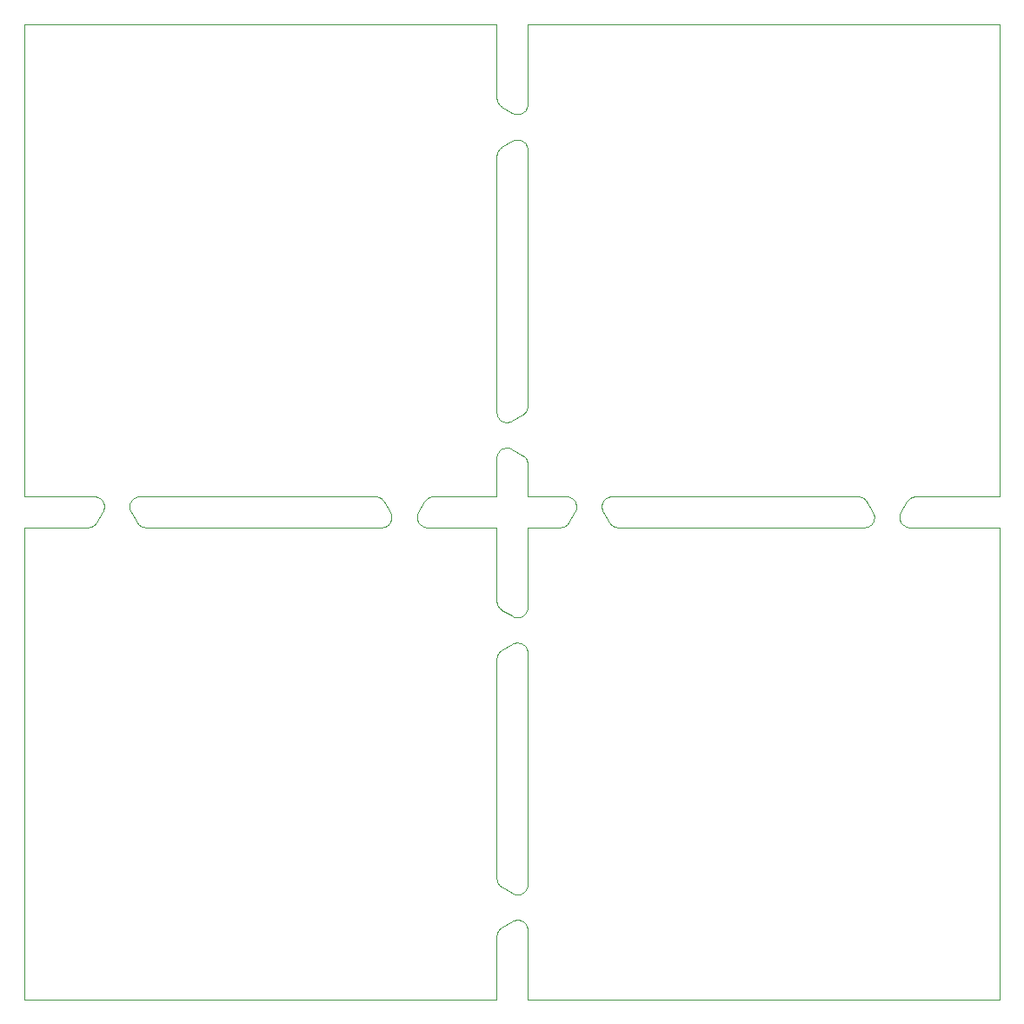
<source format=gko>
%MOIN*%
%OFA0B0*%
%FSLAX44Y44*%
%IPPOS*%
%LPD*%
%ADD10C,0*%
D10*
X00014474Y00018897D02*
X00014474Y00018897D01*
X00005444Y00018897D01*
X00005423Y00018898D01*
X00005403Y00018899D01*
X00005383Y00018902D01*
X00005363Y00018906D01*
X00005343Y00018910D01*
X00005323Y00018916D01*
X00005304Y00018923D01*
X00005285Y00018930D01*
X00005267Y00018939D01*
X00005249Y00018949D01*
X00005231Y00018959D01*
X00005214Y00018971D01*
X00005198Y00018983D01*
X00005183Y00018996D01*
X00005168Y00019010D01*
X00005154Y00019025D01*
X00005140Y00019040D01*
X00005128Y00019056D01*
X00005116Y00019073D01*
X00005105Y00019090D01*
X00004872Y00019484D01*
X00004853Y00019521D01*
X00004837Y00019559D01*
X00004826Y00019599D01*
X00004819Y00019640D01*
X00004817Y00019681D01*
X00004819Y00019723D01*
X00004825Y00019764D01*
X00004835Y00019804D01*
X00004850Y00019842D01*
X00004869Y00019879D01*
X00004891Y00019914D01*
X00004917Y00019947D01*
X00004946Y00019976D01*
X00004978Y00020002D01*
X00005013Y00020025D01*
X00005050Y00020044D01*
X00005088Y00020059D01*
X00005128Y00020070D01*
X00005169Y00020076D01*
X00005211Y00020078D01*
X00014240Y00020078D01*
X00014261Y00020078D01*
X00014281Y00020076D01*
X00014301Y00020073D01*
X00014321Y00020070D01*
X00014341Y00020065D01*
X00014361Y00020059D01*
X00014380Y00020053D01*
X00014399Y00020045D01*
X00014417Y00020036D01*
X00014435Y00020027D01*
X00014453Y00020016D01*
X00014470Y00020005D01*
X00014486Y00019992D01*
X00014501Y00019979D01*
X00014516Y00019965D01*
X00014530Y00019951D01*
X00014544Y00019935D01*
X00014556Y00019919D01*
X00014568Y00019902D01*
X00014579Y00019885D01*
X00014812Y00019491D01*
X00014831Y00019455D01*
X00014847Y00019416D01*
X00014858Y00019376D01*
X00014865Y00019335D01*
X00014867Y00019294D01*
X00014865Y00019253D01*
X00014859Y00019212D01*
X00014849Y00019172D01*
X00014834Y00019133D01*
X00014816Y00019096D01*
X00014793Y00019061D01*
X00014767Y00019029D01*
X00014738Y00018999D01*
X00014706Y00018973D01*
X00014671Y00018950D01*
X00014634Y00018931D01*
X00014596Y00018917D01*
X00014556Y00018906D01*
X00014515Y00018899D01*
X00014474Y00018897D01*
X00018897Y00016074D02*
X00018897Y00016074D01*
X00018897Y00018897D01*
X00016234Y00018897D01*
X00016193Y00018899D01*
X00016152Y00018906D01*
X00016112Y00018917D01*
X00016073Y00018931D01*
X00016036Y00018950D01*
X00016002Y00018973D01*
X00015970Y00018999D01*
X00015940Y00019029D01*
X00015914Y00019061D01*
X00015892Y00019096D01*
X00015873Y00019133D01*
X00015859Y00019172D01*
X00015848Y00019212D01*
X00015842Y00019253D01*
X00015840Y00019294D01*
X00015843Y00019335D01*
X00015850Y00019376D01*
X00015861Y00019416D01*
X00015876Y00019455D01*
X00015895Y00019491D01*
X00016129Y00019885D01*
X00016140Y00019902D01*
X00016151Y00019919D01*
X00016164Y00019935D01*
X00016177Y00019951D01*
X00016191Y00019965D01*
X00016206Y00019979D01*
X00016222Y00019992D01*
X00016238Y00020005D01*
X00016255Y00020016D01*
X00016272Y00020027D01*
X00016290Y00020036D01*
X00016309Y00020045D01*
X00016328Y00020053D01*
X00016347Y00020059D01*
X00016367Y00020065D01*
X00016386Y00020070D01*
X00016406Y00020073D01*
X00016427Y00020076D01*
X00016447Y00020078D01*
X00016467Y00020078D01*
X00018897Y00020078D01*
X00018897Y00021560D01*
X00018899Y00021602D01*
X00018906Y00021642D01*
X00018917Y00021682D01*
X00018931Y00021721D01*
X00018950Y00021758D01*
X00018973Y00021793D01*
X00018999Y00021825D01*
X00019029Y00021854D01*
X00019061Y00021880D01*
X00019096Y00021902D01*
X00019133Y00021921D01*
X00019172Y00021935D01*
X00019212Y00021946D01*
X00019253Y00021952D01*
X00019294Y00021954D01*
X00019335Y00021951D01*
X00019376Y00021944D01*
X00019416Y00021933D01*
X00019455Y00021918D01*
X00019491Y00021899D01*
X00019885Y00021666D01*
X00019902Y00021655D01*
X00019919Y00021643D01*
X00019935Y00021630D01*
X00019951Y00021617D01*
X00019965Y00021603D01*
X00019979Y00021588D01*
X00019992Y00021572D01*
X00020005Y00021556D01*
X00020016Y00021539D01*
X00020027Y00021522D01*
X00020036Y00021504D01*
X00020045Y00021485D01*
X00020053Y00021467D01*
X00020059Y00021447D01*
X00020065Y00021428D01*
X00020070Y00021408D01*
X00020073Y00021388D01*
X00020076Y00021368D01*
X00020078Y00021347D01*
X00020078Y00021327D01*
X00020078Y00020078D01*
X00021560Y00020078D01*
X00021601Y00020076D01*
X00021642Y00020070D01*
X00021682Y00020059D01*
X00021721Y00020044D01*
X00021758Y00020025D01*
X00021793Y00020002D01*
X00021825Y00019976D01*
X00021854Y00019947D01*
X00021880Y00019914D01*
X00021902Y00019879D01*
X00021921Y00019842D01*
X00021935Y00019804D01*
X00021946Y00019764D01*
X00021952Y00019723D01*
X00021954Y00019681D01*
X00021951Y00019640D01*
X00021944Y00019599D01*
X00021933Y00019559D01*
X00021918Y00019521D01*
X00021899Y00019484D01*
X00021666Y00019090D01*
X00021655Y00019073D01*
X00021643Y00019056D01*
X00021631Y00019040D01*
X00021617Y00019025D01*
X00021603Y00019010D01*
X00021588Y00018996D01*
X00021572Y00018983D01*
X00021556Y00018971D01*
X00021539Y00018959D01*
X00021522Y00018949D01*
X00021504Y00018939D01*
X00021485Y00018930D01*
X00021467Y00018923D01*
X00021447Y00018916D01*
X00021428Y00018910D01*
X00021408Y00018906D01*
X00021388Y00018902D01*
X00021368Y00018899D01*
X00021347Y00018898D01*
X00021327Y00018897D01*
X00020078Y00018897D01*
X00020078Y00015840D01*
X00020076Y00015799D01*
X00020070Y00015758D01*
X00020059Y00015718D01*
X00020044Y00015680D01*
X00020025Y00015643D01*
X00020002Y00015608D01*
X00019976Y00015576D01*
X00019947Y00015547D01*
X00019914Y00015521D01*
X00019879Y00015498D01*
X00019842Y00015480D01*
X00019804Y00015465D01*
X00019764Y00015455D01*
X00019723Y00015449D01*
X00019681Y00015447D01*
X00019640Y00015449D01*
X00019599Y00015456D01*
X00019559Y00015467D01*
X00019521Y00015483D01*
X00019484Y00015502D01*
X00019090Y00015735D01*
X00019073Y00015746D01*
X00019056Y00015757D01*
X00019040Y00015770D01*
X00019025Y00015783D01*
X00019010Y00015798D01*
X00018996Y00015813D01*
X00018983Y00015828D01*
X00018971Y00015844D01*
X00018959Y00015861D01*
X00018949Y00015879D01*
X00018939Y00015897D01*
X00018930Y00015915D01*
X00018923Y00015934D01*
X00018916Y00015953D01*
X00018910Y00015973D01*
X00018906Y00015993D01*
X00018902Y00016013D01*
X00018899Y00016033D01*
X00018898Y00016053D01*
X00018897Y00016074D01*
X00000787Y00000787D02*
X00000787Y00000787D01*
X00018897Y00000787D01*
X00018897Y00003217D01*
X00018898Y00003237D01*
X00018899Y00003257D01*
X00018902Y00003278D01*
X00018906Y00003298D01*
X00018910Y00003318D01*
X00018916Y00003337D01*
X00018923Y00003356D01*
X00018930Y00003375D01*
X00018939Y00003394D01*
X00018949Y00003412D01*
X00018959Y00003429D01*
X00018971Y00003446D01*
X00018983Y00003462D01*
X00018996Y00003478D01*
X00019010Y00003493D01*
X00019025Y00003507D01*
X00019040Y00003520D01*
X00019056Y00003533D01*
X00019073Y00003545D01*
X00019090Y00003555D01*
X00019484Y00003789D01*
X00019521Y00003808D01*
X00019559Y00003823D01*
X00019599Y00003834D01*
X00019640Y00003841D01*
X00019681Y00003844D01*
X00019723Y00003842D01*
X00019764Y00003836D01*
X00019804Y00003825D01*
X00019842Y00003811D01*
X00019879Y00003792D01*
X00019914Y00003770D01*
X00019947Y00003744D01*
X00019976Y00003714D01*
X00020002Y00003682D01*
X00020025Y00003648D01*
X00020044Y00003611D01*
X00020059Y00003572D01*
X00020070Y00003532D01*
X00020076Y00003491D01*
X00020078Y00003450D01*
X00020078Y00000787D01*
X00038188Y00000787D01*
X00038188Y00018897D01*
X00034738Y00018897D01*
X00034697Y00018899D01*
X00034656Y00018906D01*
X00034616Y00018917D01*
X00034577Y00018931D01*
X00034540Y00018950D01*
X00034506Y00018973D01*
X00034473Y00018999D01*
X00034444Y00019029D01*
X00034418Y00019061D01*
X00034396Y00019096D01*
X00034377Y00019133D01*
X00034363Y00019172D01*
X00034352Y00019212D01*
X00034346Y00019253D01*
X00034344Y00019294D01*
X00034347Y00019335D01*
X00034354Y00019376D01*
X00034365Y00019416D01*
X00034380Y00019455D01*
X00034399Y00019491D01*
X00034633Y00019885D01*
X00034643Y00019902D01*
X00034655Y00019919D01*
X00034668Y00019935D01*
X00034681Y00019951D01*
X00034695Y00019965D01*
X00034710Y00019979D01*
X00034726Y00019992D01*
X00034742Y00020005D01*
X00034759Y00020016D01*
X00034776Y00020027D01*
X00034794Y00020036D01*
X00034813Y00020045D01*
X00034832Y00020053D01*
X00034851Y00020059D01*
X00034870Y00020065D01*
X00034890Y00020070D01*
X00034910Y00020073D01*
X00034931Y00020076D01*
X00034951Y00020078D01*
X00034971Y00020078D01*
X00038188Y00020078D01*
X00038188Y00038188D01*
X00020078Y00038188D01*
X00020078Y00035132D01*
X00020076Y00035090D01*
X00020070Y00035050D01*
X00020059Y00035010D01*
X00020044Y00034971D01*
X00020025Y00034934D01*
X00020002Y00034899D01*
X00019976Y00034867D01*
X00019947Y00034838D01*
X00019914Y00034812D01*
X00019879Y00034790D01*
X00019842Y00034771D01*
X00019804Y00034757D01*
X00019764Y00034746D01*
X00019723Y00034740D01*
X00019681Y00034738D01*
X00019640Y00034741D01*
X00019599Y00034748D01*
X00019559Y00034759D01*
X00019521Y00034774D01*
X00019484Y00034793D01*
X00019090Y00035026D01*
X00019073Y00035037D01*
X00019056Y00035049D01*
X00019040Y00035061D01*
X00019025Y00035075D01*
X00019010Y00035089D01*
X00018996Y00035104D01*
X00018983Y00035119D01*
X00018971Y00035136D01*
X00018959Y00035153D01*
X00018949Y00035170D01*
X00018939Y00035188D01*
X00018930Y00035206D01*
X00018923Y00035225D01*
X00018916Y00035245D01*
X00018910Y00035264D01*
X00018906Y00035284D01*
X00018902Y00035304D01*
X00018899Y00035324D01*
X00018898Y00035345D01*
X00018897Y00035365D01*
X00018897Y00038188D01*
X00000787Y00038188D01*
X00000787Y00020078D01*
X00003450Y00020078D01*
X00003491Y00020076D01*
X00003532Y00020070D01*
X00003572Y00020059D01*
X00003611Y00020044D01*
X00003648Y00020025D01*
X00003682Y00020002D01*
X00003714Y00019976D01*
X00003744Y00019947D01*
X00003770Y00019914D01*
X00003792Y00019879D01*
X00003811Y00019842D01*
X00003825Y00019804D01*
X00003836Y00019764D01*
X00003842Y00019723D01*
X00003844Y00019681D01*
X00003841Y00019640D01*
X00003834Y00019599D01*
X00003823Y00019559D01*
X00003808Y00019521D01*
X00003789Y00019484D01*
X00003555Y00019090D01*
X00003545Y00019073D01*
X00003533Y00019056D01*
X00003520Y00019040D01*
X00003507Y00019025D01*
X00003493Y00019010D01*
X00003478Y00018996D01*
X00003462Y00018983D01*
X00003446Y00018971D01*
X00003429Y00018959D01*
X00003412Y00018949D01*
X00003394Y00018939D01*
X00003375Y00018930D01*
X00003356Y00018923D01*
X00003337Y00018916D01*
X00003318Y00018910D01*
X00003298Y00018906D01*
X00003278Y00018902D01*
X00003257Y00018899D01*
X00003237Y00018898D01*
X00003217Y00018897D01*
X00000787Y00018897D01*
X00000787Y00000787D01*
X00018897Y00013847D02*
X00018897Y00013847D01*
X00018898Y00013867D01*
X00018899Y00013887D01*
X00018902Y00013908D01*
X00018906Y00013928D01*
X00018910Y00013947D01*
X00018916Y00013967D01*
X00018923Y00013986D01*
X00018930Y00014005D01*
X00018939Y00014024D01*
X00018949Y00014042D01*
X00018959Y00014059D01*
X00018971Y00014076D01*
X00018983Y00014092D01*
X00018996Y00014108D01*
X00019010Y00014123D01*
X00019025Y00014137D01*
X00019040Y00014150D01*
X00019056Y00014163D01*
X00019073Y00014174D01*
X00019090Y00014185D01*
X00019484Y00014419D01*
X00019521Y00014438D01*
X00019559Y00014453D01*
X00019599Y00014464D01*
X00019640Y00014471D01*
X00019681Y00014473D01*
X00019723Y00014472D01*
X00019764Y00014465D01*
X00019804Y00014455D01*
X00019842Y00014440D01*
X00019879Y00014422D01*
X00019914Y00014399D01*
X00019947Y00014374D01*
X00019976Y00014344D01*
X00020002Y00014312D01*
X00020025Y00014278D01*
X00020044Y00014241D01*
X00020059Y00014202D01*
X00020070Y00014162D01*
X00020076Y00014121D01*
X00020078Y00014080D01*
X00020078Y00005211D01*
X00020076Y00005169D01*
X00020070Y00005128D01*
X00020059Y00005088D01*
X00020044Y00005050D01*
X00020025Y00005013D01*
X00020002Y00004978D01*
X00019976Y00004946D01*
X00019947Y00004917D01*
X00019914Y00004891D01*
X00019879Y00004869D01*
X00019842Y00004850D01*
X00019804Y00004835D01*
X00019764Y00004825D01*
X00019723Y00004819D01*
X00019681Y00004817D01*
X00019640Y00004819D01*
X00019599Y00004826D01*
X00019559Y00004837D01*
X00019521Y00004853D01*
X00019484Y00004872D01*
X00019090Y00005105D01*
X00019073Y00005116D01*
X00019056Y00005128D01*
X00019040Y00005140D01*
X00019025Y00005154D01*
X00019010Y00005168D01*
X00018996Y00005183D01*
X00018983Y00005198D01*
X00018971Y00005214D01*
X00018959Y00005231D01*
X00018949Y00005249D01*
X00018939Y00005267D01*
X00018930Y00005285D01*
X00018923Y00005304D01*
X00018916Y00005323D01*
X00018910Y00005343D01*
X00018906Y00005363D01*
X00018902Y00005383D01*
X00018899Y00005403D01*
X00018898Y00005423D01*
X00018897Y00005444D01*
X00018897Y00013847D01*
X00023554Y00018897D02*
X00023554Y00018897D01*
X00023534Y00018898D01*
X00023513Y00018899D01*
X00023493Y00018902D01*
X00023473Y00018906D01*
X00023453Y00018910D01*
X00023434Y00018916D01*
X00023414Y00018923D01*
X00023395Y00018930D01*
X00023377Y00018939D01*
X00023359Y00018949D01*
X00023342Y00018959D01*
X00023325Y00018971D01*
X00023308Y00018983D01*
X00023293Y00018996D01*
X00023278Y00019010D01*
X00023264Y00019025D01*
X00023250Y00019040D01*
X00023238Y00019056D01*
X00023226Y00019073D01*
X00023215Y00019090D01*
X00022982Y00019484D01*
X00022963Y00019521D01*
X00022948Y00019559D01*
X00022936Y00019599D01*
X00022930Y00019640D01*
X00022927Y00019681D01*
X00022929Y00019723D01*
X00022935Y00019764D01*
X00022946Y00019804D01*
X00022960Y00019842D01*
X00022979Y00019879D01*
X00023001Y00019914D01*
X00023027Y00019947D01*
X00023056Y00019976D01*
X00023088Y00020002D01*
X00023123Y00020025D01*
X00023160Y00020044D01*
X00023199Y00020059D01*
X00023239Y00020070D01*
X00023279Y00020076D01*
X00023321Y00020078D01*
X00032744Y00020078D01*
X00032765Y00020078D01*
X00032785Y00020076D01*
X00032805Y00020073D01*
X00032825Y00020070D01*
X00032845Y00020065D01*
X00032865Y00020059D01*
X00032884Y00020053D01*
X00032903Y00020045D01*
X00032921Y00020036D01*
X00032939Y00020027D01*
X00032957Y00020016D01*
X00032973Y00020005D01*
X00032990Y00019992D01*
X00033005Y00019979D01*
X00033020Y00019965D01*
X00033034Y00019951D01*
X00033048Y00019935D01*
X00033060Y00019919D01*
X00033072Y00019902D01*
X00033083Y00019885D01*
X00033316Y00019491D01*
X00033335Y00019455D01*
X00033351Y00019416D01*
X00033362Y00019376D01*
X00033369Y00019335D01*
X00033371Y00019294D01*
X00033369Y00019253D01*
X00033363Y00019212D01*
X00033353Y00019172D01*
X00033338Y00019133D01*
X00033320Y00019096D01*
X00033297Y00019061D01*
X00033271Y00019029D01*
X00033242Y00018999D01*
X00033210Y00018973D01*
X00033175Y00018950D01*
X00033138Y00018931D01*
X00033100Y00018917D01*
X00033060Y00018906D01*
X00033019Y00018899D01*
X00032977Y00018897D01*
X00023554Y00018897D01*
X00020078Y00023554D02*
X00020078Y00023554D01*
X00020078Y00023534D01*
X00020076Y00023513D01*
X00020073Y00023493D01*
X00020070Y00023473D01*
X00020065Y00023453D01*
X00020059Y00023434D01*
X00020053Y00023414D01*
X00020045Y00023395D01*
X00020036Y00023377D01*
X00020027Y00023359D01*
X00020016Y00023342D01*
X00020005Y00023325D01*
X00019992Y00023308D01*
X00019979Y00023293D01*
X00019965Y00023278D01*
X00019951Y00023264D01*
X00019935Y00023250D01*
X00019919Y00023238D01*
X00019902Y00023226D01*
X00019885Y00023215D01*
X00019491Y00022982D01*
X00019455Y00022963D01*
X00019416Y00022948D01*
X00019376Y00022936D01*
X00019335Y00022930D01*
X00019294Y00022927D01*
X00019253Y00022929D01*
X00019212Y00022935D01*
X00019172Y00022946D01*
X00019133Y00022960D01*
X00019096Y00022979D01*
X00019061Y00023001D01*
X00019029Y00023027D01*
X00018999Y00023056D01*
X00018973Y00023088D01*
X00018950Y00023123D01*
X00018931Y00023160D01*
X00018917Y00023198D01*
X00018906Y00023238D01*
X00018899Y00023279D01*
X00018897Y00023321D01*
X00018897Y00033138D01*
X00018898Y00033158D01*
X00018899Y00033179D01*
X00018902Y00033199D01*
X00018906Y00033219D01*
X00018910Y00033239D01*
X00018916Y00033258D01*
X00018923Y00033278D01*
X00018930Y00033296D01*
X00018939Y00033315D01*
X00018949Y00033333D01*
X00018959Y00033350D01*
X00018971Y00033367D01*
X00018983Y00033383D01*
X00018996Y00033399D01*
X00019010Y00033414D01*
X00019025Y00033428D01*
X00019040Y00033442D01*
X00019056Y00033454D01*
X00019073Y00033466D01*
X00019090Y00033477D01*
X00019484Y00033710D01*
X00019521Y00033729D01*
X00019559Y00033744D01*
X00019599Y00033755D01*
X00019640Y00033762D01*
X00019681Y00033765D01*
X00019723Y00033763D01*
X00019764Y00033757D01*
X00019804Y00033746D01*
X00019842Y00033732D01*
X00019879Y00033713D01*
X00019914Y00033691D01*
X00019947Y00033665D01*
X00019976Y00033636D01*
X00020002Y00033604D01*
X00020025Y00033569D01*
X00020044Y00033532D01*
X00020059Y00033493D01*
X00020070Y00033453D01*
X00020076Y00033412D01*
X00020078Y00033371D01*
X00020078Y00023554D01*
M02*
</source>
